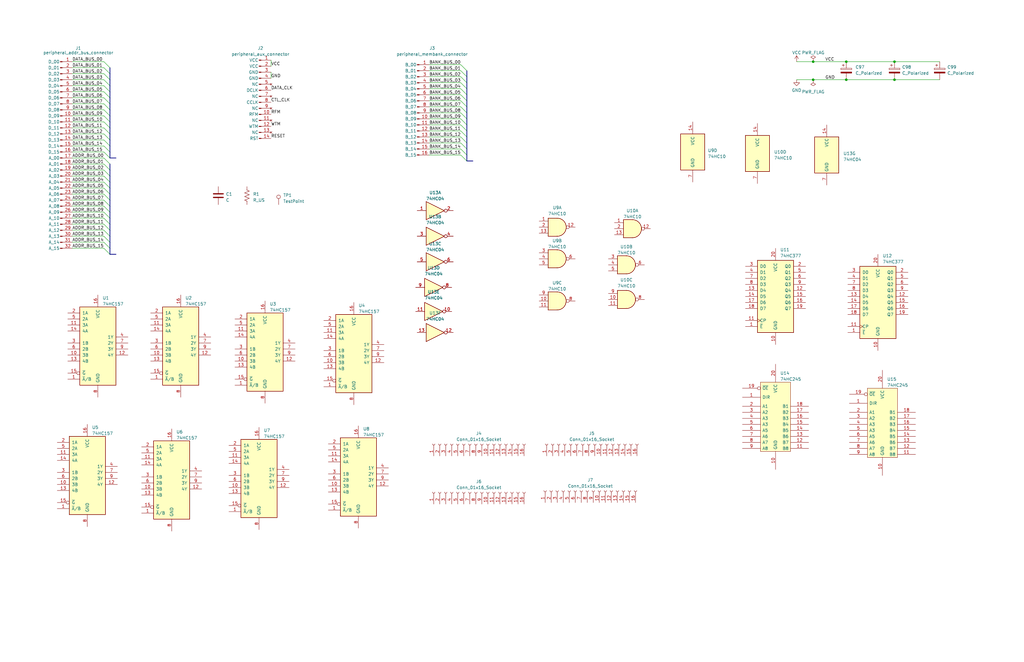
<source format=kicad_sch>
(kicad_sch (version 20230121) (generator eeschema)
  (paper "B")
  (lib_symbols
    (symbol "74xx:74HC04"
      (property "Reference" "U" (at 0 1.27 0))
      (property "Value" "74HC04" (at 0 -1.27 0))
      (symbol "74HC04_1_0"
        (pin input line (at -7.62 0 0) (length 3.81) (name "~") (number "1"))
        (pin output inverted (at 7.62 0 180) (length 3.81) (name "~") (number "2"))
      )
      (symbol "74HC04_2_0"
        (pin input line (at -7.62 0 0) (length 3.81) (name "~") (number "3"))
        (pin output inverted (at 7.62 0 180) (length 3.81) (name "~") (number "4"))
      )
      (symbol "74HC04_3_0"
        (pin input line (at -7.62 0 0) (length 3.81) (name "~") (number "5"))
        (pin output inverted (at 7.62 0 180) (length 3.81) (name "~") (number "6"))
      )
      (symbol "74HC04_4_0"
        (pin output inverted (at 7.62 0 180) (length 3.81) (name "~") (number "8"))
        (pin input line (at -7.62 0 0) (length 3.81) (name "~") (number "9"))
      )
      (symbol "74HC04_5_0"
        (pin output inverted (at 7.62 0 180) (length 3.81) (name "~") (number "10"))
        (pin input line (at -7.62 0 0) (length 3.81) (name "~") (number "11"))
      )
      (symbol "74HC04_6_0"
        (pin output inverted (at 7.62 0 180) (length 3.81) (name "~") (number "12"))
        (pin input line (at -7.62 0 0) (length 3.81) (name "~") (number "13"))
      )
      (symbol "74HC04_7_0"
        (pin power_in line (at 0 12.7 270) (length 5.08) (name "VCC") (number "14"))
        (pin power_in line (at 0 -12.7 90) (length 5.08) (name "GND") (number "7"))
      )
    )
    (symbol "Connector:Conn_01x16_Socket" (pin_names (offset 1.016) hide)
      (property "Reference" "J" (at 0 20.32 0))
      (property "Value" "Conn_01x16_Socket" (at 0 -22.86 0))
      (symbol "Conn_01x16_Socket_1_1"
        (pin passive line (at -5.08 17.78 0) (length 3.81) (name "Pin_1") (number "1"))
        (pin passive line (at -5.08 -5.08 0) (length 3.81) (name "Pin_10") (number "10"))
        (pin passive line (at -5.08 -7.62 0) (length 3.81) (name "Pin_11") (number "11"))
        (pin passive line (at -5.08 -10.16 0) (length 3.81) (name "Pin_12") (number "12"))
        (pin passive line (at -5.08 -12.7 0) (length 3.81) (name "Pin_13") (number "13"))
        (pin passive line (at -5.08 -15.24 0) (length 3.81) (name "Pin_14") (number "14"))
        (pin passive line (at -5.08 -17.78 0) (length 3.81) (name "Pin_15") (number "15"))
        (pin passive line (at -5.08 -20.32 0) (length 3.81) (name "Pin_16") (number "16"))
        (pin passive line (at -5.08 15.24 0) (length 3.81) (name "Pin_2") (number "2"))
        (pin passive line (at -5.08 12.7 0) (length 3.81) (name "Pin_3") (number "3"))
        (pin passive line (at -5.08 10.16 0) (length 3.81) (name "Pin_4") (number "4"))
        (pin passive line (at -5.08 7.62 0) (length 3.81) (name "Pin_5") (number "5"))
        (pin passive line (at -5.08 5.08 0) (length 3.81) (name "Pin_6") (number "6"))
        (pin passive line (at -5.08 2.54 0) (length 3.81) (name "Pin_7") (number "7"))
        (pin passive line (at -5.08 0 0) (length 3.81) (name "Pin_8") (number "8"))
        (pin passive line (at -5.08 -2.54 0) (length 3.81) (name "Pin_9") (number "9"))
      )
    )
    (symbol "Connector:TestPoint" (pin_numbers hide) (pin_names (offset 0.762) hide)
      (property "Reference" "TP" (at 0 6.858 0))
      (property "Value" "TestPoint" (at 0 5.08 0))
      (symbol "TestPoint_1_1"
        (pin passive line (at 0 0 90) (length 2.54) (name "1") (number "1"))
      )
    )
    (symbol "Device:C" (pin_numbers hide) (pin_names (offset 0.254))
      (property "Reference" "C" (at 0.635 2.54 0))
      (property "Value" "C" (at 0.635 -2.54 0))
      (symbol "C_1_1"
        (pin passive line (at 0 3.81 270) (length 2.794) (name "~") (number "1"))
        (pin passive line (at 0 -3.81 90) (length 2.794) (name "~") (number "2"))
      )
    )
    (symbol "Device:C_Polarized" (pin_numbers hide) (pin_names (offset 0.254))
      (property "Reference" "C" (at 0.635 2.54 0))
      (property "Value" "C_Polarized" (at 0.635 -2.54 0))
      (symbol "C_Polarized_1_1"
        (pin passive line (at 0 3.81 270) (length 2.794) (name "~") (number "1"))
        (pin passive line (at 0 -3.81 90) (length 2.794) (name "~") (number "2"))
      )
    )
    (symbol "Device:R_US" (pin_numbers hide) (pin_names (offset 0))
      (property "Reference" "R" (at 2.54 0 90))
      (property "Value" "R_US" (at -2.54 0 90))
      (symbol "R_US_1_1"
        (pin passive line (at 0 3.81 270) (length 1.27) (name "~") (number "1"))
        (pin passive line (at 0 -3.81 90) (length 1.27) (name "~") (number "2"))
      )
    )
    (symbol "power:GND" (power) (pin_names (offset 0))
      (property "Value" "GND" (at 0 -3.81 0))
      (symbol "GND_1_1"
        (pin power_in line (at 0 0 270) (length 0) hide (name "GND") (number "1"))
      )
    )
    (symbol "power:PWR_FLAG" (power) (pin_numbers hide) (pin_names (offset 0) hide)
      (property "Value" "PWR_FLAG" (at 0 3.81 0))
      (symbol "PWR_FLAG_0_0"
        (pin power_out line (at 0 0 90) (length 0) (name "pwr") (number "1"))
      )
    )
    (symbol "power:VCC" (power) (pin_names (offset 0))
      (property "Value" "VCC" (at 0 3.81 0))
      (symbol "VCC_1_1"
        (pin power_in line (at 0 0 90) (length 0) hide (name "VCC") (number "1"))
      )
    )
    (symbol "sixteen-bit-computer:74HC10" (pin_names (offset 1.016))
      (property "Reference" "U" (at 0 1.27 0))
      (property "Value" "74HC10" (at 0 -1.27 0))
      (symbol "74HC10_1_1"
        (pin input line (at -7.62 2.54 0) (length 3.81) (name "~") (number "1"))
        (pin output inverted (at 7.62 0 180) (length 3.81) (name "~") (number "12"))
        (pin input line (at -7.62 -2.54 0) (length 3.81) (name "~") (number "13"))
        (pin input line (at -7.62 0 0) (length 3.81) (name "~") (number "2"))
      )
      (symbol "74HC10_1_2"
        (pin input inverted (at -7.62 2.54 0) (length 4.318) (name "~") (number "1"))
        (pin output line (at 7.62 0 180) (length 3.81) (name "~") (number "12"))
        (pin input inverted (at -7.62 -2.54 0) (length 4.318) (name "~") (number "13"))
        (pin input inverted (at -7.62 0 0) (length 4.953) (name "~") (number "2"))
      )
      (symbol "74HC10_2_1"
        (pin input line (at -7.62 2.54 0) (length 3.81) (name "~") (number "3"))
        (pin input line (at -7.62 0 0) (length 3.81) (name "~") (number "4"))
        (pin input line (at -7.62 -2.54 0) (length 3.81) (name "~") (number "5"))
        (pin output inverted (at 7.62 0 180) (length 3.81) (name "~") (number "6"))
      )
      (symbol "74HC10_2_2"
        (pin input inverted (at -7.62 2.54 0) (length 4.318) (name "~") (number "3"))
        (pin input inverted (at -7.62 0 0) (length 4.953) (name "~") (number "4"))
        (pin input inverted (at -7.62 -2.54 0) (length 4.318) (name "~") (number "5"))
        (pin output line (at 7.62 0 180) (length 3.81) (name "~") (number "6"))
      )
      (symbol "74HC10_3_1"
        (pin input line (at -7.62 0 0) (length 3.81) (name "~") (number "10"))
        (pin input line (at -7.62 -2.54 0) (length 3.81) (name "~") (number "11"))
        (pin output inverted (at 7.62 0 180) (length 3.81) (name "~") (number "8"))
        (pin input line (at -7.62 2.54 0) (length 3.81) (name "~") (number "9"))
      )
      (symbol "74HC10_3_2"
        (pin input inverted (at -7.62 0 0) (length 4.953) (name "~") (number "10"))
        (pin input inverted (at -7.62 -2.54 0) (length 4.318) (name "~") (number "11"))
        (pin output line (at 7.62 0 180) (length 3.81) (name "~") (number "8"))
        (pin input inverted (at -7.62 2.54 0) (length 4.318) (name "~") (number "9"))
      )
      (symbol "74HC10_4_0"
        (pin power_in line (at 0 12.7 270) (length 5.08) (name "VCC") (number "14"))
        (pin power_in line (at 0 -12.7 90) (length 5.08) (name "GND") (number "7"))
      )
    )
    (symbol "sixteen-bit-computer:74HC157" (pin_names (offset 1.016))
      (property "Reference" "U" (at -7.62 19.05 0))
      (property "Value" "74HC157" (at 8.89 -19.05 0))
      (symbol "74HC157_1_0"
        (pin input line (at -12.7 -13.97 0) (length 5.08) (name "~{A}/B") (number "1"))
        (pin input line (at -12.7 -3.81 0) (length 5.08) (name "3B") (number "10"))
        (pin input line (at -12.7 8.89 0) (length 5.08) (name "3A") (number "11"))
        (pin output line (at 12.7 -3.81 180) (length 5.08) (name "4Y") (number "12"))
        (pin input line (at -12.7 -6.35 0) (length 5.08) (name "4B") (number "13"))
        (pin input line (at -12.7 6.35 0) (length 5.08) (name "4A") (number "14"))
        (pin input inverted (at -12.7 -11.43 0) (length 5.08) (name "~{G}") (number "15"))
        (pin power_in line (at 0 21.59 270) (length 5.08) (name "VCC") (number "16"))
        (pin input line (at -12.7 13.97 0) (length 5.08) (name "1A") (number "2"))
        (pin input line (at -12.7 1.27 0) (length 5.08) (name "1B") (number "3"))
        (pin output line (at 12.7 3.81 180) (length 5.08) (name "1Y") (number "4"))
        (pin input line (at -12.7 11.43 0) (length 5.08) (name "2A") (number "5"))
        (pin input line (at -12.7 -1.27 0) (length 5.08) (name "2B") (number "6"))
        (pin output line (at 12.7 1.27 180) (length 5.08) (name "2Y") (number "7"))
        (pin power_in line (at 0 -21.59 90) (length 5.08) (name "GND") (number "8"))
        (pin output line (at 12.7 -1.27 180) (length 5.08) (name "3Y") (number "9"))
      )
    )
    (symbol "sixteen-bit-computer:74HC245" (pin_names (offset 0.762))
      (property "Reference" "U" (at -7.62 17.78 0))
      (property "Value" "74HC245" (at 2.54 -15.24 0))
      (symbol "74HC245_1_1"
        (pin input line (at -13.97 10.16 0) (length 7.62) (name "DIR") (number "1"))
        (pin power_in line (at 0 -20.32 90) (length 7.62) (name "GND") (number "10"))
        (pin tri_state line (at 13.97 -11.43 180) (length 7.62) (name "B8") (number "11"))
        (pin tri_state line (at 13.97 -8.89 180) (length 7.62) (name "B7") (number "12"))
        (pin tri_state line (at 13.97 -6.35 180) (length 7.62) (name "B6") (number "13"))
        (pin tri_state line (at 13.97 -3.81 180) (length 7.62) (name "B5") (number "14"))
        (pin tri_state line (at 13.97 -1.27 180) (length 7.62) (name "B4") (number "15"))
        (pin tri_state line (at 13.97 1.27 180) (length 7.62) (name "B3") (number "16"))
        (pin tri_state line (at 13.97 3.81 180) (length 7.62) (name "B2") (number "17"))
        (pin tri_state line (at 13.97 6.35 180) (length 7.62) (name "B1") (number "18"))
        (pin input inverted (at -13.97 13.97 0) (length 7.62) (name "~{OE}") (number "19"))
        (pin tri_state line (at -13.97 6.35 0) (length 7.62) (name "A1") (number "2"))
        (pin power_in line (at 0 24.13 270) (length 7.62) (name "VCC") (number "20"))
        (pin tri_state line (at -13.97 3.81 0) (length 7.62) (name "A2") (number "3"))
        (pin tri_state line (at -13.97 1.27 0) (length 7.62) (name "A3") (number "4"))
        (pin tri_state line (at -13.97 -1.27 0) (length 7.62) (name "A3") (number "5"))
        (pin tri_state line (at -13.97 -3.81 0) (length 7.62) (name "A5") (number "6"))
        (pin tri_state line (at -13.97 -6.35 0) (length 7.62) (name "A6") (number "7"))
        (pin tri_state line (at -13.97 -8.89 0) (length 7.62) (name "A7") (number "8"))
        (pin tri_state line (at -13.97 -11.43 0) (length 7.62) (name "A8") (number "9"))
      )
    )
    (symbol "sixteen-bit-computer:74HC377" (pin_names (offset 1.016))
      (property "Reference" "U" (at -7.62 16.51 0))
      (property "Value" "74HC377" (at 8.89 -17.78 0))
      (symbol "74HC377_1_0"
        (pin input line (at -12.7 -12.7 0) (length 5.08) (name "~{E}") (number "1"))
        (pin power_in line (at 0 -20.32 90) (length 5.08) (name "GND") (number "10"))
        (pin input clock (at -12.7 -10.16 0) (length 5.08) (name "CP") (number "11"))
        (pin output line (at 12.7 2.54 180) (length 5.08) (name "Q4") (number "12"))
        (pin input line (at -12.7 2.54 0) (length 5.08) (name "D4") (number "13"))
        (pin input line (at -12.7 0 0) (length 5.08) (name "D5") (number "14"))
        (pin output line (at 12.7 0 180) (length 5.08) (name "Q5") (number "15"))
        (pin output line (at 12.7 -2.54 180) (length 5.08) (name "Q6") (number "16"))
        (pin input line (at -12.7 -2.54 0) (length 5.08) (name "D6") (number "17"))
        (pin input line (at -12.7 -5.08 0) (length 5.08) (name "D7") (number "18"))
        (pin output line (at 12.7 -5.08 180) (length 5.08) (name "Q7") (number "19"))
        (pin output line (at 12.7 12.7 180) (length 5.08) (name "Q0") (number "2"))
        (pin power_in line (at 0 20.32 270) (length 5.08) (name "VCC") (number "20"))
        (pin input line (at -12.7 12.7 0) (length 5.08) (name "D0") (number "3"))
        (pin input line (at -12.7 10.16 0) (length 5.08) (name "D1") (number "4"))
        (pin output line (at 12.7 10.16 180) (length 5.08) (name "Q1") (number "5"))
        (pin output line (at 12.7 7.62 180) (length 5.08) (name "Q2") (number "6"))
        (pin input line (at -12.7 7.62 0) (length 5.08) (name "D2") (number "7"))
        (pin input line (at -12.7 5.08 0) (length 5.08) (name "D3") (number "8"))
        (pin output line (at 12.7 5.08 180) (length 5.08) (name "Q3") (number "9"))
      )
    )
    (symbol "sixteen-bit-computer:peripheral_addr_bus_connector" (pin_names (offset 1.524))
      (property "Reference" "J" (at 0 40.64 0))
      (property "Value" "peripheral_addr_bus_connector" (at 0 -43.18 0))
      (symbol "peripheral_addr_bus_connector_1_1"
        (pin passive line (at 5.08 38.1 180) (length 3.81) (name "D_00") (number "1"))
        (pin passive line (at 5.08 15.24 180) (length 3.81) (name "D_09") (number "10"))
        (pin passive line (at 5.08 12.7 180) (length 3.81) (name "D_10") (number "11"))
        (pin passive line (at 5.08 10.16 180) (length 3.81) (name "D_11") (number "12"))
        (pin passive line (at 5.08 7.62 180) (length 3.81) (name "D_12") (number "13"))
        (pin passive line (at 5.08 5.08 180) (length 3.81) (name "D_13") (number "14"))
        (pin passive line (at 5.08 2.54 180) (length 3.81) (name "D_14") (number "15"))
        (pin passive line (at 5.08 0 180) (length 3.81) (name "D_15") (number "16"))
        (pin passive line (at 5.08 -2.54 180) (length 3.81) (name "A_00") (number "17"))
        (pin passive line (at 5.08 -5.08 180) (length 3.81) (name "A_01") (number "18"))
        (pin passive line (at 5.08 -7.62 180) (length 3.81) (name "A_02") (number "19"))
        (pin passive line (at 5.08 35.56 180) (length 3.81) (name "D_01") (number "2"))
        (pin passive line (at 5.08 -10.16 180) (length 3.81) (name "A_03") (number "20"))
        (pin passive line (at 5.08 -12.7 180) (length 3.81) (name "A_04") (number "21"))
        (pin passive line (at 5.08 -15.24 180) (length 3.81) (name "A_05") (number "22"))
        (pin passive line (at 5.08 -17.78 180) (length 3.81) (name "A_06") (number "23"))
        (pin passive line (at 5.08 -20.32 180) (length 3.81) (name "A_07") (number "24"))
        (pin passive line (at 5.08 -22.86 180) (length 3.81) (name "A_08") (number "25"))
        (pin passive line (at 5.08 -25.4 180) (length 3.81) (name "A_09") (number "26"))
        (pin passive line (at 5.08 -27.94 180) (length 3.81) (name "A_10") (number "27"))
        (pin passive line (at 5.08 -30.48 180) (length 3.81) (name "A_11") (number "28"))
        (pin passive line (at 5.08 -33.02 180) (length 3.81) (name "A_12") (number "29"))
        (pin passive line (at 5.08 33.02 180) (length 3.81) (name "D_02") (number "3"))
        (pin passive line (at 5.08 -35.56 180) (length 3.81) (name "A_13") (number "30"))
        (pin passive line (at 5.08 -38.1 180) (length 3.81) (name "A_14") (number "31"))
        (pin passive line (at 5.08 -40.64 180) (length 3.81) (name "A_15") (number "32"))
        (pin passive line (at 5.08 30.48 180) (length 3.81) (name "D_03") (number "4"))
        (pin passive line (at 5.08 27.94 180) (length 3.81) (name "D_04") (number "5"))
        (pin passive line (at 5.08 25.4 180) (length 3.81) (name "D_05") (number "6"))
        (pin passive line (at 5.08 22.86 180) (length 3.81) (name "D_06") (number "7"))
        (pin passive line (at 5.08 20.32 180) (length 3.81) (name "D_07") (number "8"))
        (pin passive line (at 5.08 17.78 180) (length 3.81) (name "D_08") (number "9"))
      )
    )
    (symbol "sixteen-bit-computer:peripheral_aux_connector" (pin_names (offset 1.524))
      (property "Reference" "J" (at 0 17.78 0))
      (property "Value" "peripheral_aux_connector" (at 0 -20.32 0))
      (symbol "peripheral_aux_connector_1_1"
        (pin passive line (at 5.08 15.24 180) (length 3.81) (name "VCC") (number "1"))
        (pin passive line (at 5.08 -7.62 180) (length 3.81) (name "RFM") (number "10"))
        (pin no_connect line (at 5.08 -10.16 180) (length 3.81) (name "NC") (number "11"))
        (pin passive line (at 5.08 -12.7 180) (length 3.81) (name "WTM") (number "12"))
        (pin no_connect line (at 5.08 -15.24 180) (length 3.81) (name "NC") (number "13"))
        (pin passive line (at 5.08 -17.78 180) (length 3.81) (name "RST") (number "14"))
        (pin passive line (at 5.08 12.7 180) (length 3.81) (name "VCC") (number "2"))
        (pin passive line (at 5.08 10.16 180) (length 3.81) (name "GND") (number "3"))
        (pin passive line (at 5.08 7.62 180) (length 3.81) (name "GND") (number "4"))
        (pin no_connect line (at 5.08 5.08 180) (length 3.81) (name "NC") (number "5"))
        (pin passive line (at 5.08 2.54 180) (length 3.81) (name "DCLK") (number "6"))
        (pin no_connect line (at 5.08 0 180) (length 3.81) (name "NC") (number "7"))
        (pin passive line (at 5.08 -2.54 180) (length 3.81) (name "CCLK") (number "8"))
        (pin no_connect line (at 5.08 -5.08 180) (length 3.81) (name "NC") (number "9"))
      )
    )
    (symbol "sixteen-bit-computer:peripheral_membank_connector" (pin_names (offset 1.524))
      (property "Reference" "J" (at 0 20.32 0))
      (property "Value" "peripheral_membank_connector" (at 0 -22.86 0))
      (symbol "peripheral_membank_connector_1_1"
        (pin passive line (at 5.08 17.78 180) (length 3.81) (name "B_00") (number "1"))
        (pin passive line (at 5.08 -5.08 180) (length 3.81) (name "B_09") (number "10"))
        (pin passive line (at 5.08 -7.62 180) (length 3.81) (name "B_10") (number "11"))
        (pin passive line (at 5.08 -10.16 180) (length 3.81) (name "B_11") (number "12"))
        (pin passive line (at 5.08 -12.7 180) (length 3.81) (name "B_12") (number "13"))
        (pin passive line (at 5.08 -15.24 180) (length 3.81) (name "B_13") (number "14"))
        (pin passive line (at 5.08 -17.78 180) (length 3.81) (name "B_14") (number "15"))
        (pin passive line (at 5.08 -20.32 180) (length 3.81) (name "B_15") (number "16"))
        (pin passive line (at 5.08 15.24 180) (length 3.81) (name "B_01") (number "2"))
        (pin passive line (at 5.08 12.7 180) (length 3.81) (name "B_02") (number "3"))
        (pin passive line (at 5.08 10.16 180) (length 3.81) (name "B_03") (number "4"))
        (pin passive line (at 5.08 7.62 180) (length 3.81) (name "B_04") (number "5"))
        (pin passive line (at 5.08 5.08 180) (length 3.81) (name "B_05") (number "6"))
        (pin passive line (at 5.08 2.54 180) (length 3.81) (name "B_06") (number "7"))
        (pin passive line (at 5.08 0 180) (length 3.81) (name "B_07") (number "8"))
        (pin passive line (at 5.08 -2.54 180) (length 3.81) (name "B_08") (number "9"))
      )
    )
  )
  (bus_alias "DATA_BUS" (members "DATA_BUS_00" "DATA_BUS_01" "DATA_BUS_02" "DATA_BUS_03" "DATA_BUS_04" "DATA_BUS_05" "DATA_BUS_06" "DATA_BUS_07" "DATA_BUS_08" "DATA_BUS_09" "DATA_BUS_10" "DATA_BUS_11" "DATA_BUS_12" "DATA_BUS_13" "DATA_BUS_14" "DATA_BUS_15"))
  (bus_alias "ADDR_BUS" (members "ADDR_BUS_00" "ADDR_BUS_01" "ADDR_BUS_02" "ADDR_BUS_03" "ADDR_BUS_04" "ADDR_BUS_05" "ADDR_BUS_06" "ADDR_BUS_07" "ADDR_BUS_08" "ADDR_BUS_09" "ADDR_BUS_10" "ADDR_BUS_11" "ADDR_BUS_12" "ADDR_BUS_13" "ADDR_BUS_14" "ADDR_BUS_15"))
  (bus_alias "BANK_BUS" (members "BANK_BUS_00" "BANK_BUS_01" "BANK_BUS_02" "BANK_BUS_03" "BANK_BUS_04" "BANK_BUS_05" "BANK_BUS_06" "BANK_BUS_07" "BANK_BUS_08" "BANK_BUS_09" "BANK_BUS_10" "BANK_BUS_11" "BANK_BUS_12" "BANK_BUS_13" "BANK_BUS_14" "BANK_BUS_15"))
  (junction (at 377.19 33.655))
  (junction (at 356.87 26.035))
  (junction (at 377.19 26.035))
  (junction (at 342.9 33.655))
  (junction (at 356.87 33.655))
  (junction (at 342.9 26.035))
  (bus_entry (at 43.815 64.135) (size 2.54 2.54))
  (bus_entry (at 43.815 26.035) (size 2.54 2.54))
  (bus_entry (at 43.815 36.195) (size 2.54 2.54))
  (bus_entry (at 43.815 41.275) (size 2.54 2.54))
  (bus_entry (at 194.31 65.405) (size 2.54 2.54))
  (bus_entry (at 43.815 79.375) (size 2.54 2.54))
  (bus_entry (at 43.815 38.735) (size 2.54 2.54))
  (bus_entry (at 194.31 52.705) (size 2.54 2.54))
  (bus_entry (at 43.815 61.595) (size 2.54 2.54))
  (bus_entry (at 43.815 66.675) (size 2.54 2.54))
  (bus_entry (at 194.31 57.785) (size 2.54 2.54))
  (bus_entry (at 194.31 42.545) (size 2.54 2.54))
  (bus_entry (at 194.31 47.625) (size 2.54 2.54))
  (bus_entry (at 43.815 104.775) (size 2.54 2.54))
  (bus_entry (at 43.815 94.615) (size 2.54 2.54))
  (bus_entry (at 43.815 33.655) (size 2.54 2.54))
  (bus_entry (at 43.815 59.055) (size 2.54 2.54))
  (bus_entry (at 43.815 69.215) (size 2.54 2.54))
  (bus_entry (at 43.815 28.575) (size 2.54 2.54))
  (bus_entry (at 43.815 56.515) (size 2.54 2.54))
  (bus_entry (at 194.31 40.005) (size 2.54 2.54))
  (bus_entry (at 43.815 92.075) (size 2.54 2.54))
  (bus_entry (at 43.815 84.455) (size 2.54 2.54))
  (bus_entry (at 194.31 60.325) (size 2.54 2.54))
  (bus_entry (at 194.31 34.925) (size 2.54 2.54))
  (bus_entry (at 194.31 27.305) (size 2.54 2.54))
  (bus_entry (at 43.815 86.995) (size 2.54 2.54))
  (bus_entry (at 194.31 32.385) (size 2.54 2.54))
  (bus_entry (at 43.815 102.235) (size 2.54 2.54))
  (bus_entry (at 194.31 50.165) (size 2.54 2.54))
  (bus_entry (at 43.815 81.915) (size 2.54 2.54))
  (bus_entry (at 43.815 97.155) (size 2.54 2.54))
  (bus_entry (at 43.815 76.835) (size 2.54 2.54))
  (bus_entry (at 194.31 55.245) (size 2.54 2.54))
  (bus_entry (at 43.815 43.815) (size 2.54 2.54))
  (bus_entry (at 43.815 71.755) (size 2.54 2.54))
  (bus_entry (at 43.815 48.895) (size 2.54 2.54))
  (bus_entry (at 194.31 45.085) (size 2.54 2.54))
  (bus_entry (at 194.31 29.845) (size 2.54 2.54))
  (bus_entry (at 194.31 62.865) (size 2.54 2.54))
  (bus_entry (at 43.815 53.975) (size 2.54 2.54))
  (bus_entry (at 43.815 99.695) (size 2.54 2.54))
  (bus_entry (at 194.31 37.465) (size 2.54 2.54))
  (bus_entry (at 43.815 74.295) (size 2.54 2.54))
  (bus_entry (at 43.815 89.535) (size 2.54 2.54))
  (bus_entry (at 43.815 51.435) (size 2.54 2.54))
  (bus_entry (at 43.815 31.115) (size 2.54 2.54))
  (bus_entry (at 43.815 46.355) (size 2.54 2.54))
  (bus (pts (xy 46.355 64.135) (xy 46.355 66.675)))
  (wire (pts (xy 180.975 50.165) (xy 194.31 50.165)))
  (bus (pts (xy 46.355 84.455) (xy 46.355 86.995)))
  (bus (pts (xy 196.85 45.085) (xy 196.85 47.625)))
  (bus (pts (xy 196.85 67.945) (xy 199.39 67.945)))
  (wire (pts (xy 180.975 32.385) (xy 194.31 32.385)))
  (wire (pts (xy 30.48 38.735) (xy 43.815 38.735)))
  (wire (pts (xy 114.3 25.4) (xy 114.3 27.94)))
  (bus (pts (xy 46.355 69.215) (xy 46.355 71.755)))
  (wire (pts (xy 30.48 84.455) (xy 43.815 84.455)))
  (wire (pts (xy 30.48 51.435) (xy 43.815 51.435)))
  (wire (pts (xy 180.975 55.245) (xy 194.31 55.245)))
  (wire (pts (xy 30.48 86.995) (xy 43.815 86.995)))
  (bus (pts (xy 46.355 81.915) (xy 46.355 84.455)))
  (bus (pts (xy 196.85 60.325) (xy 196.85 62.865)))
  (bus (pts (xy 196.85 57.785) (xy 196.85 60.325)))
  (bus (pts (xy 196.85 62.865) (xy 196.85 65.405)))
  (wire (pts (xy 180.975 52.705) (xy 194.31 52.705)))
  (wire (pts (xy 30.48 46.355) (xy 43.815 46.355)))
  (wire (pts (xy 377.19 33.655) (xy 396.24 33.655)))
  (wire (pts (xy 30.48 71.755) (xy 43.815 71.755)))
  (bus (pts (xy 196.85 32.385) (xy 196.85 34.925)))
  (wire (pts (xy 335.915 26.035) (xy 342.9 26.035)))
  (wire (pts (xy 30.48 102.235) (xy 43.815 102.235)))
  (wire (pts (xy 377.19 26.035) (xy 396.24 26.035)))
  (wire (pts (xy 30.48 92.075) (xy 43.815 92.075)))
  (wire (pts (xy 180.975 34.925) (xy 194.31 34.925)))
  (wire (pts (xy 30.48 97.155) (xy 43.815 97.155)))
  (wire (pts (xy 30.48 53.975) (xy 43.815 53.975)))
  (wire (pts (xy 180.975 27.305) (xy 194.31 27.305)))
  (bus (pts (xy 46.355 43.815) (xy 46.355 46.355)))
  (bus (pts (xy 196.85 55.245) (xy 196.85 57.785)))
  (bus (pts (xy 46.355 48.895) (xy 46.355 51.435)))
  (bus (pts (xy 46.355 38.735) (xy 46.355 41.275)))
  (wire (pts (xy 30.48 26.035) (xy 43.815 26.035)))
  (wire (pts (xy 180.975 57.785) (xy 194.31 57.785)))
  (bus (pts (xy 196.85 42.545) (xy 196.85 45.085)))
  (wire (pts (xy 180.975 45.085) (xy 194.31 45.085)))
  (bus (pts (xy 46.355 71.755) (xy 46.355 74.295)))
  (wire (pts (xy 30.48 28.575) (xy 43.815 28.575)))
  (wire (pts (xy 30.48 74.295) (xy 43.815 74.295)))
  (bus (pts (xy 46.355 86.995) (xy 46.355 89.535)))
  (wire (pts (xy 30.48 79.375) (xy 43.815 79.375)))
  (bus (pts (xy 46.355 53.975) (xy 46.355 56.515)))
  (wire (pts (xy 30.48 64.135) (xy 43.815 64.135)))
  (bus (pts (xy 46.355 31.115) (xy 46.355 33.655)))
  (wire (pts (xy 342.9 33.655) (xy 356.87 33.655)))
  (wire (pts (xy 30.48 66.675) (xy 43.815 66.675)))
  (wire (pts (xy 30.48 59.055) (xy 43.815 59.055)))
  (wire (pts (xy 342.9 26.035) (xy 356.87 26.035)))
  (wire (pts (xy 30.48 31.115) (xy 43.815 31.115)))
  (bus (pts (xy 196.85 29.845) (xy 196.85 32.385)))
  (bus (pts (xy 196.85 47.625) (xy 196.85 50.165)))
  (wire (pts (xy 114.3 30.48) (xy 114.3 33.02)))
  (bus (pts (xy 46.355 28.575) (xy 46.355 31.115)))
  (wire (pts (xy 30.48 69.215) (xy 43.815 69.215)))
  (bus (pts (xy 46.355 107.315) (xy 48.895 107.315)))
  (bus (pts (xy 46.355 94.615) (xy 46.355 97.155)))
  (bus (pts (xy 46.355 104.775) (xy 46.355 107.315)))
  (bus (pts (xy 46.355 56.515) (xy 46.355 59.055)))
  (wire (pts (xy 30.48 48.895) (xy 43.815 48.895)))
  (bus (pts (xy 196.85 34.925) (xy 196.85 37.465)))
  (bus (pts (xy 46.355 92.075) (xy 46.355 94.615)))
  (bus (pts (xy 46.355 41.275) (xy 46.355 43.815)))
  (bus (pts (xy 46.355 74.295) (xy 46.355 76.835)))
  (bus (pts (xy 46.355 59.055) (xy 46.355 61.595)))
  (wire (pts (xy 30.48 99.695) (xy 43.815 99.695)))
  (wire (pts (xy 180.975 42.545) (xy 194.31 42.545)))
  (wire (pts (xy 356.87 26.035) (xy 377.19 26.035)))
  (wire (pts (xy 30.48 56.515) (xy 43.815 56.515)))
  (bus (pts (xy 46.355 51.435) (xy 46.355 53.975)))
  (bus (pts (xy 196.85 40.005) (xy 196.85 42.545)))
  (wire (pts (xy 30.48 76.835) (xy 43.815 76.835)))
  (wire (pts (xy 30.48 61.595) (xy 43.815 61.595)))
  (wire (pts (xy 30.48 36.195) (xy 43.815 36.195)))
  (wire (pts (xy 30.48 94.615) (xy 43.815 94.615)))
  (bus (pts (xy 196.85 65.405) (xy 196.85 67.945)))
  (bus (pts (xy 46.355 102.235) (xy 46.355 104.775)))
  (wire (pts (xy 180.975 62.865) (xy 194.31 62.865)))
  (wire (pts (xy 30.48 104.775) (xy 43.815 104.775)))
  (wire (pts (xy 180.975 60.325) (xy 194.31 60.325)))
  (bus (pts (xy 46.355 99.695) (xy 46.355 102.235)))
  (wire (pts (xy 356.87 33.655) (xy 377.19 33.655)))
  (bus (pts (xy 46.355 46.355) (xy 46.355 48.895)))
  (bus (pts (xy 46.355 66.675) (xy 48.895 66.675)))
  (wire (pts (xy 30.48 43.815) (xy 43.815 43.815)))
  (wire (pts (xy 180.975 40.005) (xy 194.31 40.005)))
  (bus (pts (xy 46.355 61.595) (xy 46.355 64.135)))
  (wire (pts (xy 30.48 89.535) (xy 43.815 89.535)))
  (wire (pts (xy 180.975 37.465) (xy 194.31 37.465)))
  (wire (pts (xy 180.975 29.845) (xy 194.31 29.845)))
  (bus (pts (xy 46.355 76.835) (xy 46.355 79.375)))
  (wire (pts (xy 30.48 33.655) (xy 43.815 33.655)))
  (wire (pts (xy 180.975 47.625) (xy 194.31 47.625)))
  (bus (pts (xy 196.85 52.705) (xy 196.85 55.245)))
  (wire (pts (xy 30.48 81.915) (xy 43.815 81.915)))
  (bus (pts (xy 46.355 97.155) (xy 46.355 99.695)))
  (bus (pts (xy 46.355 89.535) (xy 46.355 92.075)))
  (wire (pts (xy 30.48 41.275) (xy 43.815 41.275)))
  (wire (pts (xy 335.915 33.655) (xy 342.9 33.655)))
  (bus (pts (xy 46.355 79.375) (xy 46.355 81.915)))
  (bus (pts (xy 196.85 50.165) (xy 196.85 52.705)))
  (wire (pts (xy 180.975 65.405) (xy 194.31 65.405)))
  (bus (pts (xy 46.355 36.195) (xy 46.355 38.735)))
  (bus (pts (xy 46.355 33.655) (xy 46.355 36.195)))
  (bus (pts (xy 196.85 37.465) (xy 196.85 40.005)))
  (label "BANK_BUS_11" (at 180.975 55.245 0))
  (label "BANK_BUS_00" (at 180.975 27.305 0))
  (label "ADDR_BUS_08" (at 30.48 86.995 0))
  (label "BANK_BUS_09" (at 180.975 50.165 0))
  (label "BANK_BUS_04" (at 180.975 37.465 0))
  (label "DATA_BUS_00" (at 30.48 26.035 0))
  (label "ADDR_BUS_03" (at 30.48 74.295 0))
  (label "BANK_BUS_15" (at 180.975 65.405 0))
  (label "RESET" (at 114.3 58.42 0))
  (label "DATA_BUS_06" (at 30.48 41.275 0))
  (label "DATA_BUS_02" (at 30.48 31.115 0))
  (label "DATA_BUS_03" (at 30.48 33.655 0))
  (label "DATA_CLK" (at 114.3 38.1 0))
  (label "ADDR_BUS_07" (at 30.48 84.455 0))
  (label "DATA_BUS_04" (at 30.48 36.195 0))
  (label "ADDR_BUS_15" (at 30.48 104.775 0))
  (label "BANK_BUS_07" (at 180.975 45.085 0))
  (label "DATA_BUS_13" (at 30.48 59.055 0))
  (label "DATA_BUS_09" (at 30.48 48.895 0))
  (label "BANK_BUS_10" (at 180.975 52.705 0))
  (label "BANK_BUS_05" (at 180.975 40.005 0))
  (label "DATA_BUS_10" (at 30.48 51.435 0))
  (label "BANK_BUS_06" (at 180.975 42.545 0))
  (label "DATA_BUS_08" (at 30.48 46.355 0))
  (label "VCC" (at 347.98 26.035 0))
  (label "BANK_BUS_14" (at 180.975 62.865 0))
  (label "DATA_BUS_01" (at 30.48 28.575 0))
  (label "ADDR_BUS_00" (at 30.48 66.675 0))
  (label "BANK_BUS_12" (at 180.975 57.785 0))
  (label "DATA_BUS_12" (at 30.48 56.515 0))
  (label "ADDR_BUS_02" (at 30.48 71.755 0))
  (label "ADDR_BUS_13" (at 30.48 99.695 0))
  (label "BANK_BUS_08" (at 180.975 47.625 0))
  (label "CTL_CLK" (at 114.3 43.18 0))
  (label "ADDR_BUS_11" (at 30.48 94.615 0))
  (label "BANK_BUS_02" (at 180.975 32.385 0))
  (label "GND" (at 347.98 33.655 0))
  (label "WTM" (at 114.3 53.34 0))
  (label "BANK_BUS_01" (at 180.975 29.845 0))
  (label "ADDR_BUS_12" (at 30.48 97.155 0))
  (label "ADDR_BUS_06" (at 30.48 81.915 0))
  (label "DATA_BUS_11" (at 30.48 53.975 0))
  (label "DATA_BUS_05" (at 30.48 38.735 0))
  (label "RFM" (at 114.3 48.26 0))
  (label "BANK_BUS_03" (at 180.975 34.925 0))
  (label "ADDR_BUS_10" (at 30.48 92.075 0))
  (label "BANK_BUS_13" (at 180.975 60.325 0))
  (label "ADDR_BUS_14" (at 30.48 102.235 0))
  (label "ADDR_BUS_09" (at 30.48 89.535 0))
  (label "ADDR_BUS_05" (at 30.48 79.375 0))
  (label "VCC" (at 114.3 27.94 0))
  (label "DATA_BUS_14" (at 30.48 61.595 0))
  (label "ADDR_BUS_04" (at 30.48 76.835 0))
  (label "DATA_BUS_15" (at 30.48 64.135 0))
  (label "GND" (at 114.3 33.02 0))
  (label "DATA_BUS_07" (at 30.48 43.815 0))
  (label "ADDR_BUS_01" (at 30.48 69.215 0))
  (symbol (lib_id "74xx:74HC04") (at 183.515 99.695 0) (unit 2)
    (property "Reference" "U13" (at 183.515 91.44 0))
    (property "Value" "74HC04" (at 183.515 93.98 0))
    (property "Footprint" "Package_DIP:DIP-14_W7.62mm_Socket" (effects hide))
    (property "Datasheet" "https://assets.nexperia.com/documents/data-sheet/74HC_HCT04.pdf" (effects hide))
  )
  (symbol (lib_id "74xx:74HC04") (at 182.88 121.285 0) (unit 4)
    (property "Reference" "U13" (at 182.88 113.03 0))
    (property "Value" "74HC04" (at 182.88 115.57 0))
    (property "Footprint" "Package_DIP:DIP-14_W7.62mm_Socket" (effects hide))
    (property "Datasheet" "https://assets.nexperia.com/documents/data-sheet/74HC_HCT04.pdf" (effects hide))
  )
  (symbol (lib_id "sixteen-bit-computer:74HC245") (at 327.025 177.8 0) (unit 1)
    (property "Reference" "U14" (at 328.9809 157.48 0) (effects (justify left)))
    (property "Value" "74HC245" (at 328.9809 160.02 0) (effects (justify left)))
    (property "Footprint" "Package_DIP:DIP-20_W7.62mm_Socket" (effects hide))
    (property "Datasheet" "https://www.ti.com/lit/ds/symlink/cd74hc245.pdf" (effects hide))
  )
  (symbol (lib_id "74xx:74HC04") (at 348.615 65.405 0) (unit 7)
    (property "Reference" "U13" (at 355.6 64.77 0) (effects (justify left)))
    (property "Value" "74HC04" (at 355.6 67.31 0) (effects (justify left)))
    (property "Footprint" "Package_DIP:DIP-14_W7.62mm_Socket" (effects hide))
    (property "Datasheet" "https://assets.nexperia.com/documents/data-sheet/74HC_HCT04.pdf" (effects hide))
  )
  (symbol (lib_id "Device:C_Polarized") (at 356.87 29.845 0) (unit 1)
    (property "Reference" "C97" (at 360.68 28.321 0) (effects (justify left)))
    (property "Value" "C_Polarized" (at 360.68 30.861 0) (effects (justify left)))
    (property "Footprint" "Capacitor_THT:CP_Radial_D6.3mm_P2.50mm" (effects hide))
  )
  (symbol (lib_id "sixteen-bit-computer:74HC157") (at 149.225 149.225 0) (unit 1)
    (property "Reference" "U4" (at 151.1809 128.905 0) (effects (justify left)))
    (property "Value" "74HC157" (at 151.1809 131.445 0) (effects (justify left)))
    (property "Footprint" "Package_DIP:DIP-16_W7.62mm_Socket" (effects hide))
    (property "Datasheet" "https://www.ti.com/lit/ds/symlink/sn74hc157.pdf" (effects hide))
  )
  (symbol (lib_id "sixteen-bit-computer:74HC245") (at 372.11 180.34 0) (unit 1)
    (property "Reference" "U15" (at 374.0659 160.02 0) (effects (justify left)))
    (property "Value" "74HC245" (at 374.0659 162.56 0) (effects (justify left)))
    (property "Footprint" "Package_DIP:DIP-20_W7.62mm_Socket" (effects hide))
    (property "Datasheet" "https://www.ti.com/lit/ds/symlink/cd74hc245.pdf" (effects hide))
  )
  (symbol (lib_id "sixteen-bit-computer:74HC157") (at 36.83 200.66 0) (unit 1)
    (property "Reference" "U5" (at 38.7859 180.34 0) (effects (justify left)))
    (property "Value" "74HC157" (at 38.7859 182.88 0) (effects (justify left)))
    (property "Footprint" "Package_DIP:DIP-16_W7.62mm_Socket" (effects hide))
    (property "Datasheet" "https://www.ti.com/lit/ds/symlink/sn74hc157.pdf" (effects hide))
  )
  (symbol (lib_id "sixteen-bit-computer:74HC157") (at 111.76 148.59 0) (unit 1)
    (property "Reference" "U3" (at 113.7159 128.27 0) (effects (justify left)))
    (property "Value" "74HC157" (at 113.7159 130.81 0) (effects (justify left)))
    (property "Footprint" "Package_DIP:DIP-16_W7.62mm_Socket" (effects hide))
    (property "Datasheet" "https://www.ti.com/lit/ds/symlink/sn74hc157.pdf" (effects hide))
  )
  (symbol (lib_id "sixteen-bit-computer:74HC157") (at 41.275 146.05 0) (unit 1)
    (property "Reference" "U1" (at 43.2309 125.73 0) (effects (justify left)))
    (property "Value" "74HC157" (at 43.2309 128.27 0) (effects (justify left)))
    (property "Footprint" "Package_DIP:DIP-16_W7.62mm_Socket" (effects hide))
    (property "Datasheet" "https://www.ti.com/lit/ds/symlink/sn74hc157.pdf" (effects hide))
  )
  (symbol (lib_id "Device:C_Polarized") (at 396.24 29.845 0) (unit 1)
    (property "Reference" "C99" (at 399.415 28.321 0) (effects (justify left)))
    (property "Value" "C_Polarized" (at 399.415 30.861 0) (effects (justify left)))
    (property "Footprint" "Capacitor_THT:CP_Radial_D6.3mm_P2.50mm" (effects hide))
  )
  (symbol (lib_id "Connector:TestPoint") (at 117.475 86.36 0) (unit 1)
    (property "Reference" "TP1" (at 119.38 82.423 0) (effects (justify left)))
    (property "Value" "TestPoint" (at 119.38 84.963 0) (effects (justify left)))
    (property "Footprint" "Connector_Pin:Pin_D1.0mm_L10.0mm" (effects hide))
  )
  (symbol (lib_id "sixteen-bit-computer:74HC10") (at 319.405 64.77 0) (unit 4)
    (property "Reference" "U10" (at 326.39 64.135 0) (effects (justify left)))
    (property "Value" "74HC10" (at 326.39 66.675 0) (effects (justify left)))
    (property "Footprint" "Package_DIP:DIP-14_W7.62mm_Socket" (effects hide))
  )
  (symbol (lib_id "sixteen-bit-computer:peripheral_membank_connector") (at 175.895 45.085 0) (unit 1)
    (property "Reference" "J3" (at 182.245 20.32 0))
    (property "Value" "peripheral_membank_connector" (at 182.245 22.86 0))
    (property "Footprint" "sixteen-bit-computer:peripheral-backplane-membank" (effects hide))
  )
  (symbol (lib_id "74xx:74HC04") (at 183.515 88.9 0) (unit 1)
    (property "Reference" "U13" (at 183.515 81.28 0))
    (property "Value" "74HC04" (at 183.515 83.82 0))
    (property "Footprint" "Package_DIP:DIP-14_W7.62mm_Socket" (effects hide))
    (property "Datasheet" "https://assets.nexperia.com/documents/data-sheet/74HC_HCT04.pdf" (effects hide))
  )
  (symbol (lib_id "74xx:74HC04") (at 183.515 110.49 0) (unit 3)
    (property "Reference" "U13" (at 183.515 102.87 0))
    (property "Value" "74HC04" (at 183.515 105.41 0))
    (property "Footprint" "Package_DIP:DIP-14_W7.62mm_Socket" (effects hide))
    (property "Datasheet" "https://assets.nexperia.com/documents/data-sheet/74HC_HCT04.pdf" (effects hide))
  )
  (symbol (lib_id "sixteen-bit-computer:74HC10") (at 264.16 111.76 0) (unit 2)
    (property "Reference" "U10" (at 264.1517 104.14 0))
    (property "Value" "74HC10" (at 264.1517 106.68 0))
    (property "Footprint" "Package_DIP:DIP-14_W7.62mm_Socket" (effects hide))
  )
  (symbol (lib_id "sixteen-bit-computer:74HC157") (at 109.22 201.93 0) (unit 1)
    (property "Reference" "U7" (at 111.1759 181.61 0) (effects (justify left)))
    (property "Value" "74HC157" (at 111.1759 184.15 0) (effects (justify left)))
    (property "Footprint" "Package_DIP:DIP-16_W7.62mm_Socket" (effects hide))
    (property "Datasheet" "https://www.ti.com/lit/ds/symlink/sn74hc157.pdf" (effects hide))
  )
  (symbol (lib_id "sixteen-bit-computer:74HC10") (at 234.95 127 0) (unit 3)
    (property "Reference" "U9" (at 234.9417 119.38 0))
    (property "Value" "74HC10" (at 234.9417 121.92 0))
    (property "Footprint" "Package_DIP:DIP-14_W7.62mm_Socket" (effects hide))
  )
  (symbol (lib_id "Connector:Conn_01x16_Socket") (at 247.65 207.01 90) (unit 1)
    (property "Reference" "J7" (at 248.92 202.565 90))
    (property "Value" "Conn_01x16_Socket" (at 248.92 205.105 90))
    (property "Footprint" "Connector_PinSocket_2.54mm:PinSocket_1x16_P2.54mm_Horizontal" (effects hide))
  )
  (symbol (lib_id "Device:C") (at 92.075 82.55 0) (unit 1)
    (property "Reference" "C1" (at 95.25 81.915 0) (effects (justify left)))
    (property "Value" "C" (at 95.25 84.455 0) (effects (justify left)))
    (property "Footprint" "Capacitor_THT:C_Disc_D5.0mm_W2.5mm_P5.00mm" (effects hide))
  )
  (symbol (lib_id "Connector:Conn_01x16_Socket") (at 200.66 207.645 90) (unit 1)
    (property "Reference" "J6" (at 201.93 203.2 90))
    (property "Value" "Conn_01x16_Socket" (at 201.93 205.74 90))
    (property "Footprint" "Connector_PinSocket_2.54mm:PinSocket_1x16_P2.54mm_Horizontal" (effects hide))
  )
  (symbol (lib_id "sixteen-bit-computer:74HC157") (at 76.2 146.05 0) (unit 1)
    (property "Reference" "U2" (at 78.1559 125.73 0) (effects (justify left)))
    (property "Value" "74HC157" (at 78.1559 128.27 0) (effects (justify left)))
    (property "Footprint" "Package_DIP:DIP-16_W7.62mm_Socket" (effects hide))
    (property "Datasheet" "https://www.ti.com/lit/ds/symlink/sn74hc157.pdf" (effects hide))
  )
  (symbol (lib_id "74xx:74HC04") (at 182.88 131.445 0) (unit 5)
    (property "Reference" "U13" (at 182.88 123.19 0))
    (property "Value" "74HC04" (at 182.88 125.73 0))
    (property "Footprint" "Package_DIP:DIP-14_W7.62mm_Socket" (effects hide))
    (property "Datasheet" "https://assets.nexperia.com/documents/data-sheet/74HC_HCT04.pdf" (effects hide))
  )
  (symbol (lib_id "sixteen-bit-computer:74HC10") (at 234.95 95.885 0) (unit 1)
    (property "Reference" "U9" (at 234.9417 87.63 0))
    (property "Value" "74HC10" (at 234.9417 90.17 0))
    (property "Footprint" "Package_DIP:DIP-14_W7.62mm_Socket" (effects hide))
  )
  (symbol (lib_id "power:PWR_FLAG") (at 342.9 33.655 180) (unit 1)
    (property "Reference" "#FLG02" (effects hide))
    (property "Value" "PWR_FLAG" (at 342.9 38.735 0))
  )
  (symbol (lib_id "power:PWR_FLAG") (at 342.9 26.035 0) (unit 1)
    (property "Reference" "#FLG01" (effects hide))
    (property "Value" "PWR_FLAG" (at 342.9 22.225 0))
  )
  (symbol (lib_id "sixteen-bit-computer:74HC10") (at 234.95 109.22 0) (unit 2)
    (property "Reference" "U9" (at 234.9417 101.6 0))
    (property "Value" "74HC10" (at 234.9417 104.14 0))
    (property "Footprint" "Package_DIP:DIP-14_W7.62mm_Socket" (effects hide))
  )
  (symbol (lib_id "sixteen-bit-computer:74HC157") (at 151.13 201.295 0) (unit 1)
    (property "Reference" "U8" (at 153.0859 180.975 0) (effects (justify left)))
    (property "Value" "74HC157" (at 153.0859 183.515 0) (effects (justify left)))
    (property "Footprint" "Package_DIP:DIP-16_W7.62mm_Socket" (effects hide))
    (property "Datasheet" "https://www.ti.com/lit/ds/symlink/sn74hc157.pdf" (effects hide))
  )
  (symbol (lib_id "sixteen-bit-computer:74HC10") (at 266.7 96.52 0) (unit 1)
    (property "Reference" "U10" (at 266.6917 88.9 0))
    (property "Value" "74HC10" (at 266.6917 91.44 0))
    (property "Footprint" "Package_DIP:DIP-14_W7.62mm_Socket" (effects hide))
  )
  (symbol (lib_id "74xx:74HC04") (at 183.515 140.335 0) (unit 6)
    (property "Reference" "U13" (at 183.515 132.08 0))
    (property "Value" "74HC04" (at 183.515 134.62 0))
    (property "Footprint" "Package_DIP:DIP-14_W7.62mm_Socket" (effects hide))
    (property "Datasheet" "https://assets.nexperia.com/documents/data-sheet/74HC_HCT04.pdf" (effects hide))
  )
  (symbol (lib_id "sixteen-bit-computer:peripheral_aux_connector") (at 109.22 40.64 0) (unit 1)
    (property "Reference" "J2" (at 109.855 20.32 0))
    (property "Value" "peripheral_aux_connector" (at 109.855 22.86 0))
    (property "Footprint" "sixteen-bit-computer:peripheral-backplane-aux" (effects hide))
  )
  (symbol (lib_id "Device:R_US") (at 104.14 82.55 0) (unit 1)
    (property "Reference" "R1" (at 106.68 81.915 0) (effects (justify left)))
    (property "Value" "R_US" (at 106.68 84.455 0) (effects (justify left)))
    (property "Footprint" "Resistor_THT:R_Axial_DIN0207_L6.3mm_D2.5mm_P10.16mm_Horizontal" (effects hide))
  )
  (symbol (lib_id "power:GND") (at 335.915 33.655 0) (unit 1)
    (property "Reference" "#PWR02" (effects hide))
    (property "Value" "GND" (at 335.915 38.1 0))
  )
  (symbol (lib_id "sixteen-bit-computer:74HC10") (at 292.1 64.135 0) (unit 4)
    (property "Reference" "U9" (at 298.45 63.5 0) (effects (justify left)))
    (property "Value" "74HC10" (at 298.45 66.04 0) (effects (justify left)))
    (property "Footprint" "Package_DIP:DIP-14_W7.62mm_Socket" (effects hide))
  )
  (symbol (lib_id "sixteen-bit-computer:74HC377") (at 327.025 125.095 0) (unit 1)
    (property "Reference" "U11" (at 328.9809 105.41 0) (effects (justify left)))
    (property "Value" "74HC377" (at 328.9809 107.95 0) (effects (justify left)))
    (property "Footprint" "Package_DIP:DIP-20_W7.62mm_Socket" (effects hide))
    (property "Datasheet" "https://www.ti.com/lit/ds/symlink/cd74hc377.pdf" (effects hide))
  )
  (symbol (lib_id "sixteen-bit-computer:peripheral_addr_bus_connector") (at 25.4 64.135 0) (unit 1)
    (property "Reference" "J1" (at 33.02 20.32 0))
    (property "Value" "peripheral_addr_bus_connector" (at 33.02 22.225 0))
    (property "Footprint" "sixteen-bit-computer:peripheral-backplane-data-addr-anno" (effects hide))
  )
  (symbol (lib_id "sixteen-bit-computer:74HC10") (at 264.16 126.365 0) (unit 3)
    (property "Reference" "U10" (at 264.1517 118.11 0))
    (property "Value" "74HC10" (at 264.1517 120.65 0))
    (property "Footprint" "Package_DIP:DIP-14_W7.62mm_Socket" (effects hide))
  )
  (symbol (lib_id "Connector:Conn_01x16_Socket") (at 248.285 187.325 90) (unit 1)
    (property "Reference" "J5" (at 249.555 182.88 90))
    (property "Value" "Conn_01x16_Socket" (at 249.555 185.42 90))
    (property "Footprint" "Connector_PinSocket_2.54mm:PinSocket_1x16_P2.54mm_Horizontal" (effects hide))
  )
  (symbol (lib_id "sixteen-bit-computer:74HC157") (at 72.39 202.565 0) (unit 1)
    (property "Reference" "U6" (at 74.3459 182.245 0) (effects (justify left)))
    (property "Value" "74HC157" (at 74.3459 184.785 0) (effects (justify left)))
    (property "Footprint" "Package_DIP:DIP-16_W7.62mm_Socket" (effects hide))
    (property "Datasheet" "https://www.ti.com/lit/ds/symlink/sn74hc157.pdf" (effects hide))
  )
  (symbol (lib_id "sixteen-bit-computer:74HC377") (at 370.205 127.635 0) (unit 1)
    (property "Reference" "U12" (at 372.1609 107.95 0) (effects (justify left)))
    (property "Value" "74HC377" (at 372.1609 110.49 0) (effects (justify left)))
    (property "Footprint" "Package_DIP:DIP-20_W7.62mm_Socket" (effects hide))
    (property "Datasheet" "https://www.ti.com/lit/ds/symlink/cd74hc377.pdf" (effects hide))
  )
  (symbol (lib_id "Connector:Conn_01x16_Socket") (at 200.66 187.325 90) (unit 1)
    (property "Reference" "J4" (at 201.93 182.88 90))
    (property "Value" "Conn_01x16_Socket" (at 201.93 185.42 90))
    (property "Footprint" "Connector_PinSocket_2.54mm:PinSocket_1x16_P2.54mm_Horizontal" (effects hide))
  )
  (symbol (lib_id "power:VCC") (at 335.915 26.035 0) (unit 1)
    (property "Reference" "#PWR01" (effects hide))
    (property "Value" "VCC" (at 335.915 22.225 0))
  )
  (symbol (lib_id "Device:C_Polarized") (at 377.19 29.845 0) (unit 1)
    (property "Reference" "C98" (at 380.365 28.321 0) (effects (justify left)))
    (property "Value" "C_Polarized" (at 380.365 30.861 0) (effects (justify left)))
    (property "Footprint" "Capacitor_THT:CP_Radial_D6.3mm_P2.50mm" (effects hide))
  )
)
</source>
